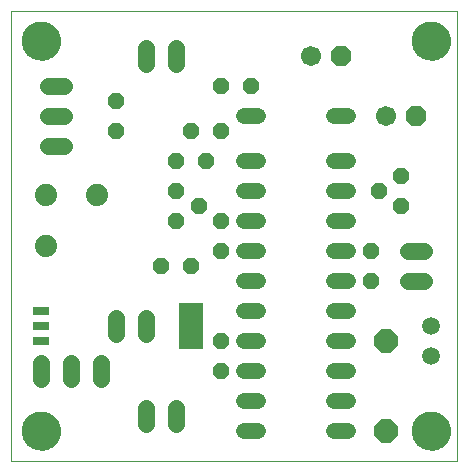
<source format=gts>
G75*
%MOIN*%
%OFA0B0*%
%FSLAX24Y24*%
%IPPOS*%
%LPD*%
%AMOC8*
5,1,8,0,0,1.08239X$1,22.5*
%
%ADD10C,0.0000*%
%ADD11C,0.1300*%
%ADD12C,0.0520*%
%ADD13OC8,0.0540*%
%ADD14OC8,0.0520*%
%ADD15C,0.0580*%
%ADD16OC8,0.0790*%
%ADD17OC8,0.0670*%
%ADD18C,0.0670*%
%ADD19C,0.0591*%
%ADD20C,0.0740*%
%ADD21R,0.0540X0.0290*%
%ADD22R,0.0800X0.1540*%
D10*
X000180Y000180D02*
X000180Y015176D01*
X015050Y015176D01*
X015050Y000180D01*
X000180Y000180D01*
X000550Y001180D02*
X000552Y001230D01*
X000558Y001280D01*
X000568Y001329D01*
X000582Y001377D01*
X000599Y001424D01*
X000620Y001469D01*
X000645Y001513D01*
X000673Y001554D01*
X000705Y001593D01*
X000739Y001630D01*
X000776Y001664D01*
X000816Y001694D01*
X000858Y001721D01*
X000902Y001745D01*
X000948Y001766D01*
X000995Y001782D01*
X001043Y001795D01*
X001093Y001804D01*
X001142Y001809D01*
X001193Y001810D01*
X001243Y001807D01*
X001292Y001800D01*
X001341Y001789D01*
X001389Y001774D01*
X001435Y001756D01*
X001480Y001734D01*
X001523Y001708D01*
X001564Y001679D01*
X001603Y001647D01*
X001639Y001612D01*
X001671Y001574D01*
X001701Y001534D01*
X001728Y001491D01*
X001751Y001447D01*
X001770Y001401D01*
X001786Y001353D01*
X001798Y001304D01*
X001806Y001255D01*
X001810Y001205D01*
X001810Y001155D01*
X001806Y001105D01*
X001798Y001056D01*
X001786Y001007D01*
X001770Y000959D01*
X001751Y000913D01*
X001728Y000869D01*
X001701Y000826D01*
X001671Y000786D01*
X001639Y000748D01*
X001603Y000713D01*
X001564Y000681D01*
X001523Y000652D01*
X001480Y000626D01*
X001435Y000604D01*
X001389Y000586D01*
X001341Y000571D01*
X001292Y000560D01*
X001243Y000553D01*
X001193Y000550D01*
X001142Y000551D01*
X001093Y000556D01*
X001043Y000565D01*
X000995Y000578D01*
X000948Y000594D01*
X000902Y000615D01*
X000858Y000639D01*
X000816Y000666D01*
X000776Y000696D01*
X000739Y000730D01*
X000705Y000767D01*
X000673Y000806D01*
X000645Y000847D01*
X000620Y000891D01*
X000599Y000936D01*
X000582Y000983D01*
X000568Y001031D01*
X000558Y001080D01*
X000552Y001130D01*
X000550Y001180D01*
X000550Y014180D02*
X000552Y014230D01*
X000558Y014280D01*
X000568Y014329D01*
X000582Y014377D01*
X000599Y014424D01*
X000620Y014469D01*
X000645Y014513D01*
X000673Y014554D01*
X000705Y014593D01*
X000739Y014630D01*
X000776Y014664D01*
X000816Y014694D01*
X000858Y014721D01*
X000902Y014745D01*
X000948Y014766D01*
X000995Y014782D01*
X001043Y014795D01*
X001093Y014804D01*
X001142Y014809D01*
X001193Y014810D01*
X001243Y014807D01*
X001292Y014800D01*
X001341Y014789D01*
X001389Y014774D01*
X001435Y014756D01*
X001480Y014734D01*
X001523Y014708D01*
X001564Y014679D01*
X001603Y014647D01*
X001639Y014612D01*
X001671Y014574D01*
X001701Y014534D01*
X001728Y014491D01*
X001751Y014447D01*
X001770Y014401D01*
X001786Y014353D01*
X001798Y014304D01*
X001806Y014255D01*
X001810Y014205D01*
X001810Y014155D01*
X001806Y014105D01*
X001798Y014056D01*
X001786Y014007D01*
X001770Y013959D01*
X001751Y013913D01*
X001728Y013869D01*
X001701Y013826D01*
X001671Y013786D01*
X001639Y013748D01*
X001603Y013713D01*
X001564Y013681D01*
X001523Y013652D01*
X001480Y013626D01*
X001435Y013604D01*
X001389Y013586D01*
X001341Y013571D01*
X001292Y013560D01*
X001243Y013553D01*
X001193Y013550D01*
X001142Y013551D01*
X001093Y013556D01*
X001043Y013565D01*
X000995Y013578D01*
X000948Y013594D01*
X000902Y013615D01*
X000858Y013639D01*
X000816Y013666D01*
X000776Y013696D01*
X000739Y013730D01*
X000705Y013767D01*
X000673Y013806D01*
X000645Y013847D01*
X000620Y013891D01*
X000599Y013936D01*
X000582Y013983D01*
X000568Y014031D01*
X000558Y014080D01*
X000552Y014130D01*
X000550Y014180D01*
X013550Y014180D02*
X013552Y014230D01*
X013558Y014280D01*
X013568Y014329D01*
X013582Y014377D01*
X013599Y014424D01*
X013620Y014469D01*
X013645Y014513D01*
X013673Y014554D01*
X013705Y014593D01*
X013739Y014630D01*
X013776Y014664D01*
X013816Y014694D01*
X013858Y014721D01*
X013902Y014745D01*
X013948Y014766D01*
X013995Y014782D01*
X014043Y014795D01*
X014093Y014804D01*
X014142Y014809D01*
X014193Y014810D01*
X014243Y014807D01*
X014292Y014800D01*
X014341Y014789D01*
X014389Y014774D01*
X014435Y014756D01*
X014480Y014734D01*
X014523Y014708D01*
X014564Y014679D01*
X014603Y014647D01*
X014639Y014612D01*
X014671Y014574D01*
X014701Y014534D01*
X014728Y014491D01*
X014751Y014447D01*
X014770Y014401D01*
X014786Y014353D01*
X014798Y014304D01*
X014806Y014255D01*
X014810Y014205D01*
X014810Y014155D01*
X014806Y014105D01*
X014798Y014056D01*
X014786Y014007D01*
X014770Y013959D01*
X014751Y013913D01*
X014728Y013869D01*
X014701Y013826D01*
X014671Y013786D01*
X014639Y013748D01*
X014603Y013713D01*
X014564Y013681D01*
X014523Y013652D01*
X014480Y013626D01*
X014435Y013604D01*
X014389Y013586D01*
X014341Y013571D01*
X014292Y013560D01*
X014243Y013553D01*
X014193Y013550D01*
X014142Y013551D01*
X014093Y013556D01*
X014043Y013565D01*
X013995Y013578D01*
X013948Y013594D01*
X013902Y013615D01*
X013858Y013639D01*
X013816Y013666D01*
X013776Y013696D01*
X013739Y013730D01*
X013705Y013767D01*
X013673Y013806D01*
X013645Y013847D01*
X013620Y013891D01*
X013599Y013936D01*
X013582Y013983D01*
X013568Y014031D01*
X013558Y014080D01*
X013552Y014130D01*
X013550Y014180D01*
X013550Y001180D02*
X013552Y001230D01*
X013558Y001280D01*
X013568Y001329D01*
X013582Y001377D01*
X013599Y001424D01*
X013620Y001469D01*
X013645Y001513D01*
X013673Y001554D01*
X013705Y001593D01*
X013739Y001630D01*
X013776Y001664D01*
X013816Y001694D01*
X013858Y001721D01*
X013902Y001745D01*
X013948Y001766D01*
X013995Y001782D01*
X014043Y001795D01*
X014093Y001804D01*
X014142Y001809D01*
X014193Y001810D01*
X014243Y001807D01*
X014292Y001800D01*
X014341Y001789D01*
X014389Y001774D01*
X014435Y001756D01*
X014480Y001734D01*
X014523Y001708D01*
X014564Y001679D01*
X014603Y001647D01*
X014639Y001612D01*
X014671Y001574D01*
X014701Y001534D01*
X014728Y001491D01*
X014751Y001447D01*
X014770Y001401D01*
X014786Y001353D01*
X014798Y001304D01*
X014806Y001255D01*
X014810Y001205D01*
X014810Y001155D01*
X014806Y001105D01*
X014798Y001056D01*
X014786Y001007D01*
X014770Y000959D01*
X014751Y000913D01*
X014728Y000869D01*
X014701Y000826D01*
X014671Y000786D01*
X014639Y000748D01*
X014603Y000713D01*
X014564Y000681D01*
X014523Y000652D01*
X014480Y000626D01*
X014435Y000604D01*
X014389Y000586D01*
X014341Y000571D01*
X014292Y000560D01*
X014243Y000553D01*
X014193Y000550D01*
X014142Y000551D01*
X014093Y000556D01*
X014043Y000565D01*
X013995Y000578D01*
X013948Y000594D01*
X013902Y000615D01*
X013858Y000639D01*
X013816Y000666D01*
X013776Y000696D01*
X013739Y000730D01*
X013705Y000767D01*
X013673Y000806D01*
X013645Y000847D01*
X013620Y000891D01*
X013599Y000936D01*
X013582Y000983D01*
X013568Y001031D01*
X013558Y001080D01*
X013552Y001130D01*
X013550Y001180D01*
D11*
X014180Y001180D03*
X014180Y014180D03*
X001180Y014180D03*
X001180Y001180D03*
D12*
X007940Y001182D02*
X008420Y001182D01*
X008420Y002182D02*
X007940Y002182D01*
X007940Y003182D02*
X008420Y003182D01*
X008420Y004182D02*
X007940Y004182D01*
X007940Y005182D02*
X008420Y005182D01*
X008420Y006182D02*
X007940Y006182D01*
X007940Y007182D02*
X008420Y007182D01*
X008420Y008182D02*
X007940Y008182D01*
X007940Y009182D02*
X008420Y009182D01*
X008420Y010182D02*
X007940Y010182D01*
X007940Y011680D02*
X008420Y011680D01*
X010940Y011680D02*
X011420Y011680D01*
X011420Y010182D02*
X010940Y010182D01*
X010940Y009182D02*
X011420Y009182D01*
X011420Y008182D02*
X010940Y008182D01*
X010940Y007182D02*
X011420Y007182D01*
X011420Y006182D02*
X010940Y006182D01*
X010940Y005182D02*
X011420Y005182D01*
X011420Y004182D02*
X010940Y004182D01*
X010940Y003182D02*
X011420Y003182D01*
X011420Y002182D02*
X010940Y002182D01*
X010940Y001182D02*
X011420Y001182D01*
D13*
X013180Y008680D03*
X012430Y009180D03*
X013180Y009680D03*
D14*
X012180Y007180D03*
X012180Y006180D03*
X007180Y007180D03*
X006180Y006680D03*
X005180Y006680D03*
X005680Y008180D03*
X006430Y008680D03*
X007180Y008180D03*
X005680Y009180D03*
X005680Y010180D03*
X006180Y011180D03*
X007180Y011180D03*
X006680Y010180D03*
X007180Y012680D03*
X008180Y012680D03*
X003680Y012180D03*
X003680Y011180D03*
X007180Y004180D03*
X007180Y003180D03*
D15*
X005680Y001950D02*
X005680Y001410D01*
X004680Y001410D02*
X004680Y001950D01*
X003180Y002910D02*
X003180Y003450D01*
X002180Y003450D02*
X002180Y002910D01*
X001180Y002910D02*
X001180Y003450D01*
X003680Y004410D02*
X003680Y004950D01*
X004680Y004950D02*
X004680Y004410D01*
X001950Y010680D02*
X001410Y010680D01*
X001410Y011680D02*
X001950Y011680D01*
X001950Y012680D02*
X001410Y012680D01*
X004680Y013410D02*
X004680Y013950D01*
X005680Y013950D02*
X005680Y013410D01*
X013410Y007180D02*
X013950Y007180D01*
X013950Y006180D02*
X013410Y006180D01*
D16*
X012680Y004180D03*
X012680Y001180D03*
D17*
X013680Y011680D03*
X011180Y013680D03*
D18*
X010180Y013680D03*
X012680Y011680D03*
D19*
X014180Y004680D03*
X014180Y003680D03*
D20*
X003028Y009028D03*
X001332Y009028D03*
X001332Y007332D03*
D21*
X001180Y005180D03*
X001180Y004680D03*
X001180Y004180D03*
D22*
X006180Y004680D03*
M02*

</source>
